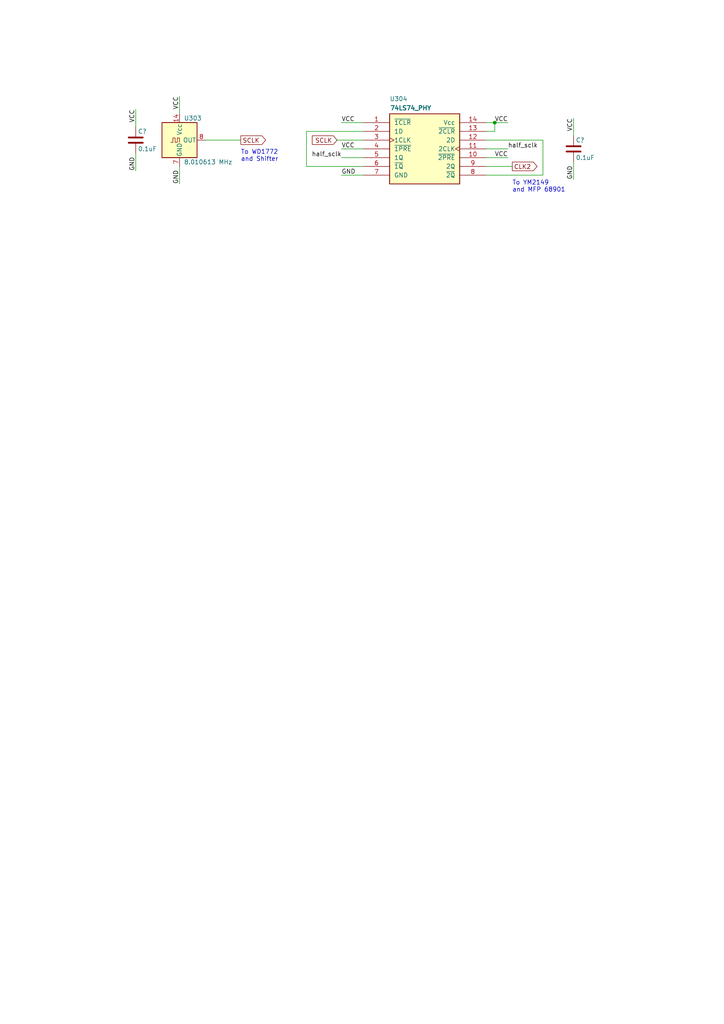
<source format=kicad_sch>
(kicad_sch (version 20230121) (generator eeschema)
  (paper "A4" portrait)
  (title_block (title "Converted schematics of Atari STE") (date "2021-08-31") (rev "1.0.0") (comment 1 "Reference : C300780-001"))
  (lib_symbols
    (symbol "74x74:74LS74_PHY" (pin_names (offset 1.27))
      (property "Reference" "U" (at 0 0 0))
      (property "Value" "74LS74_PHY" (at 0 0 0))
      (symbol "74LS74_PHY_0_0"
        (rectangle (start -10.16 10.16) (end 10.16 -10.16) (stroke (width 0.254)) (fill (type background)))
        (pin input line (at -17.78 7.62 0) (length 7.62) (name "~{1CLR}") (number "1"))
        (pin input line (at 17.78 -2.54 180) (length 7.62) (name "~{2PRE}") (number "10"))
        (pin input clock (at 17.78 0 180) (length 7.62) (name "2CLK") (number "11"))
        (pin input line (at 17.78 2.54 180) (length 7.62) (name "2D") (number "12"))
        (pin input line (at 17.78 5.08 180) (length 7.62) (name "~{2CLR}") (number "13"))
        (pin power_in line (at 17.78 7.62 180) (length 7.62) (name "Vcc") (number "14"))
        (pin input line (at -17.78 5.08 0) (length 7.62) (name "1D") (number "2"))
        (pin input clock (at -17.78 2.54 0) (length 7.62) (name "1CLK") (number "3"))
        (pin input line (at -17.78 0 0) (length 7.62) (name "~{1PRE}") (number "4"))
        (pin output line (at -17.78 -2.54 0) (length 7.62) (name "1Q") (number "5"))
        (pin output line (at -17.78 -5.08 0) (length 7.62) (name "~{1Q}") (number "6"))
        (pin power_in line (at -17.78 -7.62 0) (length 7.62) (name "GND") (number "7"))
        (pin output line (at 17.78 -7.62 180) (length 7.62) (name "~{2Q}") (number "8"))
        (pin output line (at 17.78 -5.08 180) (length 7.62) (name "2Q") (number "9"))
      )
    )
    (symbol "Device:C" (pin_numbers hide) (pin_names (offset 0.254))
      (property "Reference" "C" (at 0.635 2.54 0))
      (property "Value" "C" (at 0.635 -2.54 0))
      (symbol "C_0_1"
        (polyline (pts (xy -2.032 -0.762) (xy 2.032 -0.762)) (stroke (width 0.508)))
        (polyline (pts (xy -2.032 0.762) (xy 2.032 0.762)) (stroke (width 0.508)))
      )
      (symbol "C_1_1"
        (pin passive line (at 0 3.81 270) (length 2.794) (name "~") (number "1"))
        (pin passive line (at 0 -3.81 90) (length 2.794) (name "~") (number "2"))
      )
    )
    (symbol "Oscillator:ACO-xxxMHz" (pin_names (offset 0.254))
      (property "Reference" "X" (at -5.08 6.35 0))
      (property "Value" "ACO-xxxMHz" (at 1.27 -6.35 0))
      (symbol "ACO-xxxMHz_0_1"
        (rectangle (start -5.08 5.08) (end 5.08 -5.08) (stroke (width 0.254)) (fill (type background)))
        (polyline (pts (xy -2.54 -0.635) (xy -1.905 -0.635) (xy -1.905 0.635) (xy -1.27 0.635) (xy -1.27 -0.635) (xy -0.635 -0.635) (xy -0.635 0.635) (xy 0 0.635) (xy 0 -0.635)))
      )
      (symbol "ACO-xxxMHz_1_1"
        (pin no_connect line (at -5.08 2.54 0) (length 2.54) hide (name "NC") (number "1"))
        (pin power_in line (at 0 7.62 270) (length 2.54) (name "Vcc") (number "14"))
        (pin power_in line (at 0 -7.62 90) (length 2.54) (name "GND") (number "7"))
        (pin output line (at 7.62 0 180) (length 2.54) (name "OUT") (number "8"))
      )
    )
  )
  (junction (at 143.51 35.56))
  (wire (pts (xy 88.9 48.26) (xy 88.9 38.1)))
  (wire (pts (xy 88.9 48.26) (xy 105.41 48.26)))
  (wire (pts (xy 52.07 27.94) (xy 52.07 33.02)))
  (wire (pts (xy 140.97 45.72) (xy 147.32 45.72)))
  (wire (pts (xy 166.37 46.99) (xy 166.37 52.07)))
  (wire (pts (xy 166.37 34.29) (xy 166.37 39.37)))
  (wire (pts (xy 143.51 35.56) (xy 147.32 35.56)))
  (wire (pts (xy 140.97 43.18) (xy 147.32 43.18)))
  (wire (pts (xy 99.06 45.72) (xy 105.41 45.72)))
  (wire (pts (xy 157.48 40.64) (xy 140.97 40.64)))
  (wire (pts (xy 59.69 40.64) (xy 69.85 40.64)))
  (wire (pts (xy 140.97 50.8) (xy 157.48 50.8)))
  (wire (pts (xy 99.06 35.56) (xy 105.41 35.56)))
  (wire (pts (xy 143.51 38.1) (xy 143.51 35.56)))
  (wire (pts (xy 140.97 38.1) (xy 143.51 38.1)))
  (wire (pts (xy 140.97 35.56) (xy 143.51 35.56)))
  (wire (pts (xy 39.37 44.45) (xy 39.37 49.53)))
  (wire (pts (xy 140.97 48.26) (xy 148.59 48.26)))
  (wire (pts (xy 39.37 31.75) (xy 39.37 36.83)))
  (wire (pts (xy 88.9 38.1) (xy 105.41 38.1)))
  (wire (pts (xy 99.06 50.8) (xy 105.41 50.8)))
  (wire (pts (xy 97.79 40.64) (xy 105.41 40.64)))
  (wire (pts (xy 157.48 50.8) (xy 157.48 40.64)))
  (wire (pts (xy 52.07 48.26) (xy 52.07 53.34)))
  (wire (pts (xy 99.06 43.18) (xy 105.41 43.18)))
  (text "To WD1772 \nand Shifter" (at 69.85 46.99 0) (effects (font (size 1.27 1.27)) (justify left bottom)))
  (text "To YM2149\nand MFP 68901" (at 148.59 55.88 0) (effects (font (size 1.27 1.27)) (justify left bottom)))
  (label "VCC" (at 147.32 35.56 180))
  (label "VCC" (at 39.37 31.75 270))
  (label "VCC" (at 52.07 27.94 270))
  (label "VCC" (at 147.32 45.72 180))
  (label "VCC" (at 166.37 34.29 270))
  (label "GND" (at 52.07 53.34 90))
  (label "GND" (at 99.06 50.8 0))
  (label "half_sclk" (at 99.06 45.72 180))
  (label "half_sclk" (at 147.32 43.18 0))
  (label "VCC" (at 99.06 35.56 0))
  (label "GND" (at 39.37 49.53 90))
  (label "VCC" (at 99.06 43.18 0))
  (label "GND" (at 166.37 52.07 90))
  (global_label "SCLK" (shape output) (at 69.85 40.64 0) (property "Intersheetrefs" "${INTERSHEET_REFS}" (effects hide)))
  (global_label "SCLK" (shape input) (at 97.79 40.64 180) (property "Intersheetrefs" "${INTERSHEET_REFS}" (effects hide)))
  (global_label "CLK2" (shape output) (at 148.59 48.26 0) (property "Intersheetrefs" "${INTERSHEET_REFS}" (effects hide)))
  (symbol (lib_id "Device:C") (at 166.37 43.18 0) (unit 1)
    (property "Reference" "C?" (at 167.005 40.64 0) (effects (justify left)))
    (property "Value" "0.1uF" (at 167.005 45.72 0) (effects (justify left)))
    (property "Footprint" "commons_passives_THT:Passive_THT_capacitor_mlcc_W2.54mm_L7.62mm" (effects hide))
    (instances (project "motherboard" (path "" (reference "C?") (unit 1)) (path "" (reference "C?") (unit 1)) (path "" (reference "C300") (unit 1)) (path "" (reference "C?") (unit 1)) (path "" (reference "C?") (unit 1)) (path "" (reference "C?") (unit 1))))
  )
  (symbol (lib_id "Device:C") (at 39.37 40.64 0) (unit 1)
    (property "Reference" "C?" (at 40.005 38.1 0) (effects (justify left)))
    (property "Value" "0.1uF" (at 40.005 43.18 0) (effects (justify left)))
    (property "Footprint" "commons_passives_THT:Passive_THT_capacitor_mlcc_W2.54mm_L7.62mm" (effects hide))
    (instances (project "motherboard" (path "" (reference "C?") (unit 1)) (path "" (reference "C?") (unit 1)) (path "" (reference "C301") (unit 1)) (path "" (reference "C?") (unit 1)) (path "" (reference "C?") (unit 1)) (path "" (reference "C?") (unit 1))))
  )
  (symbol (lib_id "74x74:74LS74_PHY") (at 123.19 43.18 0) (unit 1)
    (property "Reference" "U304" (at 113.03 27.94 0) (effects (justify left top)))
    (property "Value" "74LS74_PHY" (at 113.03 30.48 0) (effects (font bold) (justify left top)))
    (property "Footprint" "Package_DIP:DIP-14_W7.62mm_LongPads" (effects hide))
  )
  (symbol (lib_id "Oscillator:ACO-xxxMHz") (at 52.07 40.64 0) (unit 1)
    (property "Reference" "U303" (at 53.34 34.29 0) (effects (justify left)))
    (property "Value" "8.010613 MHz" (at 53.34 46.99 0) (effects (justify left)))
    (property "Footprint" "Oscillator:Oscillator_DIP-14" (effects hide))
    (property "Datasheet" "http://www.conwin.com/datasheets/cx/cx030.pdf" (effects hide))
    (instances (project "motherboard" (path "" (reference "U303") (unit 1)) (path "" (reference "U?") (unit 1))))
  )
)
</source>
